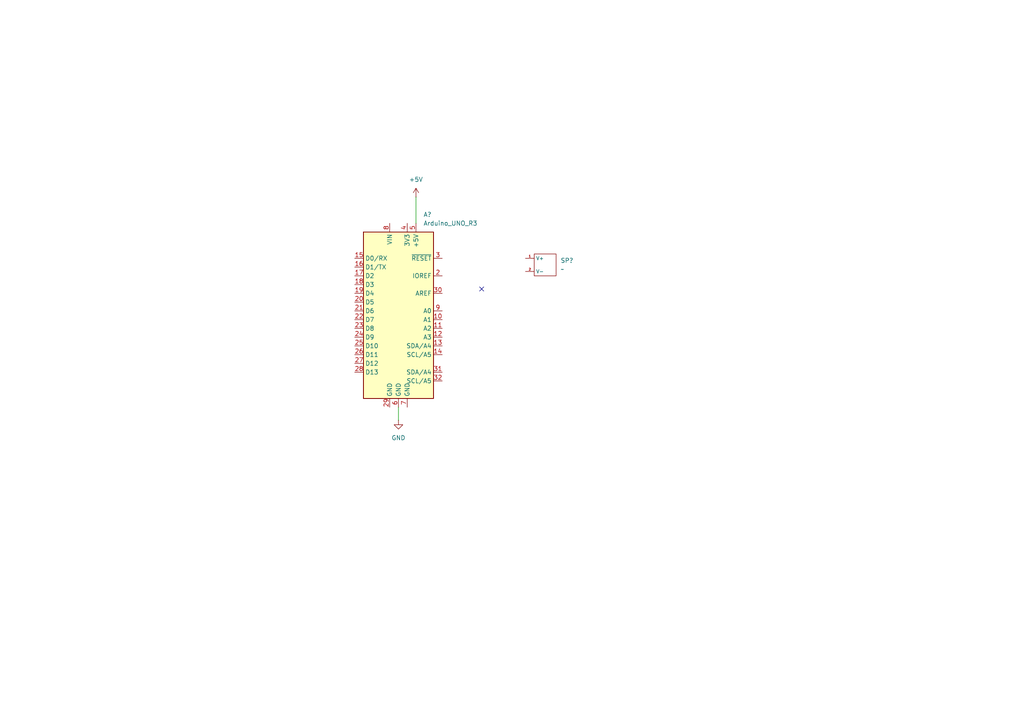
<source format=kicad_sch>
(kicad_sch (version 20250114) (generator "eeschema") (generator_version "9.0")
  (paper "A4")
  (lib_symbols
    (symbol "MCU_Module:Arduino_UNO_R3"
      (property "Reference" "A" (at -10.16 23.495 0))
      (property "Value" "Arduino_UNO_R3" (at 5.08 -26.67 0))
      (symbol "Arduino_UNO_R3_0_1"
        (rectangle (start -10.16 22.86) (end 10.16 -25.4) (stroke (width 0.254)) (fill (type background)))
      )
      (symbol "Arduino_UNO_R3_1_1"
        (pin bidirectional line (at -12.7 15.24 0) (length 2.54) (name "D0/RX") (number "15"))
        (pin bidirectional line (at -12.7 12.7 0) (length 2.54) (name "D1/TX") (number "16"))
        (pin bidirectional line (at -12.7 10.16 0) (length 2.54) (name "D2") (number "17"))
        (pin bidirectional line (at -12.7 7.62 0) (length 2.54) (name "D3") (number "18"))
        (pin bidirectional line (at -12.7 5.08 0) (length 2.54) (name "D4") (number "19"))
        (pin bidirectional line (at -12.7 2.54 0) (length 2.54) (name "D5") (number "20"))
        (pin bidirectional line (at -12.7 0 0) (length 2.54) (name "D6") (number "21"))
        (pin bidirectional line (at -12.7 -2.54 0) (length 2.54) (name "D7") (number "22"))
        (pin bidirectional line (at -12.7 -5.08 0) (length 2.54) (name "D8") (number "23"))
        (pin bidirectional line (at -12.7 -7.62 0) (length 2.54) (name "D9") (number "24"))
        (pin bidirectional line (at -12.7 -10.16 0) (length 2.54) (name "D10") (number "25"))
        (pin bidirectional line (at -12.7 -12.7 0) (length 2.54) (name "D11") (number "26"))
        (pin bidirectional line (at -12.7 -15.24 0) (length 2.54) (name "D12") (number "27"))
        (pin bidirectional line (at -12.7 -17.78 0) (length 2.54) (name "D13") (number "28"))
        (pin no_connect line (at -10.16 -20.32 0) (length 2.54) (hide yes) (name "NC") (number "1"))
        (pin power_in line (at -2.54 25.4 270) (length 2.54) (name "VIN") (number "8"))
        (pin power_in line (at -2.54 -27.94 90) (length 2.54) (name "GND") (number "29"))
        (pin power_in line (at 0 -27.94 90) (length 2.54) (name "GND") (number "6"))
        (pin power_out line (at 2.54 25.4 270) (length 2.54) (name "3V3") (number "4"))
        (pin power_in line (at 2.54 -27.94 90) (length 2.54) (name "GND") (number "7"))
        (pin power_out line (at 5.08 25.4 270) (length 2.54) (name "+5V") (number "5"))
        (pin input line (at 12.7 15.24 180) (length 2.54) (name "~{RESET}") (number "3"))
        (pin output line (at 12.7 10.16 180) (length 2.54) (name "IOREF") (number "2"))
        (pin input line (at 12.7 5.08 180) (length 2.54) (name "AREF") (number "30"))
        (pin bidirectional line (at 12.7 0 180) (length 2.54) (name "A0") (number "9"))
        (pin bidirectional line (at 12.7 -2.54 180) (length 2.54) (name "A1") (number "10"))
        (pin bidirectional line (at 12.7 -5.08 180) (length 2.54) (name "A2") (number "11"))
        (pin bidirectional line (at 12.7 -7.62 180) (length 2.54) (name "A3") (number "12"))
        (pin bidirectional line (at 12.7 -10.16 180) (length 2.54) (name "SDA/A4") (number "13"))
        (pin bidirectional line (at 12.7 -12.7 180) (length 2.54) (name "SCL/A5") (number "14"))
        (pin bidirectional line (at 12.7 -17.78 180) (length 2.54) (name "SDA/A4") (number "31"))
        (pin bidirectional line (at 12.7 -20.32 180) (length 2.54) (name "SCL/A5") (number "32"))
      )
    )
    (symbol "power:+5V" (power) (pin_numbers (hide yes)) (pin_names (offset 0) (hide yes))
      (property "Value" "+5V" (at 0 3.556 0))
      (symbol "+5V_0_1"
        (polyline (pts (xy -0.762 1.27) (xy 0 2.54)))
        (polyline (pts (xy 0 2.54) (xy 0.762 1.27)))
        (polyline (pts (xy 0 0) (xy 0 2.54)))
      )
      (symbol "+5V_1_1"
        (pin power_in line (at 0 0 90) (length 0) (name "~") (number "1"))
      )
    )
    (symbol "power:GND" (power) (pin_numbers (hide yes)) (pin_names (offset 0) (hide yes))
      (property "Value" "GND" (at 0 -3.81 0))
      (symbol "GND_0_1"
        (polyline (pts (xy 0 0) (xy 0 -1.27) (xy 1.27 -1.27) (xy 0 -2.54) (xy -1.27 -1.27) (xy 0 -1.27)))
      )
      (symbol "GND_1_1"
        (pin power_in line (at 0 0 270) (length 0) (name "~") (number "1"))
      )
    )
    (symbol "solar_objects:Solar_Panel_6V_3W"
      (property "Reference" "SP" (at 4.318 -0.254 0))
      (symbol "Solar_Panel_6V_3W_0_1"
        (polyline (pts (xy 1.27 -2.54) (xy 1.27 -1.27) (xy 7.62 -1.27) (xy 7.62 -7.62) (xy 1.27 -7.62) (xy 1.27 -6.35) (xy 1.27 -2.54)))
      )
      (symbol "Solar_Panel_6V_3W_1_1"
        (pin input line (at -1.27 -2.54 0) (length 2.54) (name "V+") (number "1"))
        (pin output line (at -1.27 -6.35 0) (length 2.54) (name "V-") (number "2"))
      )
    )
  )
  (no_connect (at 139.7 83.82))
  (wire (pts (xy 120.65 57.15) (xy 120.65 64.77)))
  (wire (pts (xy 115.57 118.11) (xy 115.57 121.92)))
  (symbol (lib_id "solar_objects:Solar_Panel_6V_3W") (at 153.67 72.39 0) (unit 1)
    (property "Reference" "SP?" (at 162.56 75.5649 0) (effects (justify left)))
    (property "Value" "~" (at 162.56 78.1049 0) (effects (justify left)))
  )
  (symbol (lib_id "power:+5V") (at 120.65 57.15 0) (unit 1)
    (property "Reference" "#PWR01" (effects (hide yes)))
    (property "Value" "+5V" (at 120.65 52.07 0))
    (property "Description" "Power symbol creates a global label with name \"+5V\"" (effects (hide yes)))
  )
  (symbol (lib_id "MCU_Module:Arduino_UNO_R3") (at 115.57 90.17 0) (unit 1)
    (property "Reference" "A?" (at 122.7933 62.23 0) (effects (justify left)))
    (property "Value" "Arduino_UNO_R3" (at 122.7933 64.77 0) (effects (justify left)))
    (property "Footprint" "Module:Arduino_UNO_R3" (effects (hide yes)))
    (property "Datasheet" "https://www.arduino.cc/en/Main/arduinoBoardUno" (effects (hide yes)))
    (property "Description" "Arduino UNO Microcontroller Module, release 3" (effects (hide yes)))
  )
  (symbol (lib_id "power:GND") (at 115.57 121.92 0) (unit 1)
    (property "Reference" "#PWR02" (effects (hide yes)))
    (property "Value" "GND" (at 115.57 127 0))
    (property "Description" "Power symbol creates a global label with name \"GND\" , ground" (effects (hide yes)))
  )
)
</source>
